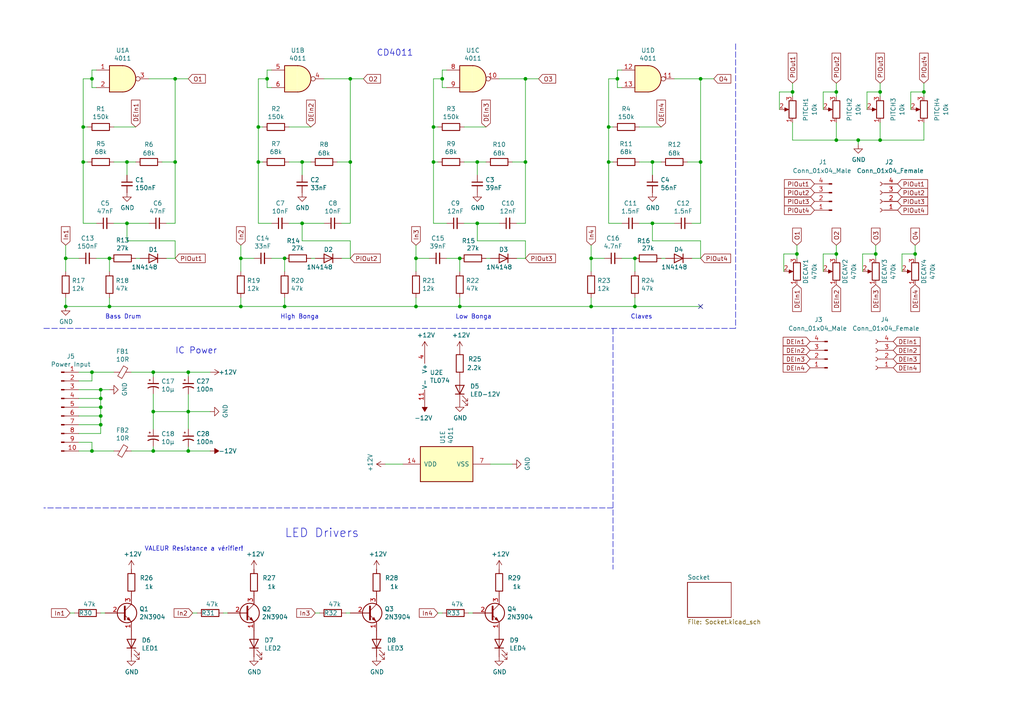
<source format=kicad_sch>
(kicad_sch (version 20211123) (generator eeschema)
  (paper "A4")
  (junction (at 267.97 26.67))
  (junction (at 44.45 107.95))
  (junction (at 87.63 46.99))
  (junction (at 265.43 73.66))
  (junction (at 133.35 88.9))
  (junction (at 19.05 74.93))
  (junction (at 152.4 22.86))
  (junction (at 189.23 46.99))
  (junction (at 26.67 107.95))
  (junction (at 36.83 46.99))
  (junction (at 87.63 64.77))
  (junction (at 19.05 88.9))
  (junction (at 128.27 22.86))
  (junction (at 31.75 88.9))
  (junction (at 50.8 22.86))
  (junction (at 138.43 46.99))
  (junction (at 184.15 88.9))
  (junction (at 44.45 119.38))
  (junction (at 229.87 26.67))
  (junction (at 242.57 26.67))
  (junction (at 101.6 46.99))
  (junction (at 24.13 36.83))
  (junction (at 31.75 74.93))
  (junction (at 152.4 46.99))
  (junction (at 176.53 46.99))
  (junction (at 176.53 36.83))
  (junction (at 54.61 107.95))
  (junction (at 171.45 88.9))
  (junction (at 255.27 26.67))
  (junction (at 36.83 64.77))
  (junction (at 29.21 115.57))
  (junction (at 26.67 130.81))
  (junction (at 54.61 119.38))
  (junction (at 77.47 22.86))
  (junction (at 242.57 73.66))
  (junction (at 69.85 88.9))
  (junction (at 255.27 40.64))
  (junction (at 179.07 22.86))
  (junction (at 254 73.66))
  (junction (at 82.55 74.93))
  (junction (at 82.55 88.9))
  (junction (at 248.92 40.64))
  (junction (at 203.2 22.86))
  (junction (at 29.21 113.03))
  (junction (at 171.45 74.93))
  (junction (at 50.8 46.99))
  (junction (at 101.6 22.86))
  (junction (at 189.23 64.77))
  (junction (at 184.15 74.93))
  (junction (at 133.35 74.93))
  (junction (at 29.21 118.11))
  (junction (at 120.65 74.93))
  (junction (at 29.21 120.65))
  (junction (at 26.67 22.86))
  (junction (at 203.2 46.99))
  (junction (at 120.65 88.9))
  (junction (at 24.13 46.99))
  (junction (at 69.85 74.93))
  (junction (at 74.93 36.83))
  (junction (at 125.73 46.99))
  (junction (at 242.57 40.64))
  (junction (at 125.73 36.83))
  (junction (at 138.43 64.77))
  (junction (at 54.61 130.81))
  (junction (at 29.21 123.19))
  (junction (at 74.93 46.99))
  (junction (at 44.45 130.81))
  (junction (at 231.14 73.66))
  (no_connect (at 203.2 88.9))
  (wire (pts (xy 176.53 36.83) (xy 176.53 46.99)))
  (wire (pts (xy 29.21 177.8) (xy 30.48 177.8)))
  (wire (pts (xy 64.77 177.8) (xy 66.04 177.8)))
  (wire (pts (xy 171.45 74.93) (xy 171.45 71.12)))
  (wire (pts (xy 171.45 88.9) (xy 171.45 86.36)))
  (wire (pts (xy 38.1 107.95) (xy 44.45 107.95)))
  (wire (pts (xy 242.57 40.64) (xy 229.87 40.64)))
  (wire (pts (xy 138.43 69.85) (xy 138.43 64.77)))
  (wire (pts (xy 142.24 74.93) (xy 140.97 74.93)))
  (wire (pts (xy 57.15 177.8) (xy 55.88 177.8)))
  (polyline (pts (xy 177.8 95.25) (xy 177.8 165.1)))
  (wire (pts (xy 133.35 74.93) (xy 129.54 74.93)))
  (wire (pts (xy 24.13 22.86) (xy 24.13 36.83)))
  (wire (pts (xy 74.93 64.77) (xy 74.93 46.99)))
  (wire (pts (xy 133.35 88.9) (xy 171.45 88.9)))
  (wire (pts (xy 22.86 107.95) (xy 26.67 107.95)))
  (wire (pts (xy 44.45 129.54) (xy 44.45 130.81)))
  (wire (pts (xy 133.35 88.9) (xy 120.65 88.9)))
  (wire (pts (xy 54.61 114.3) (xy 54.61 119.38)))
  (wire (pts (xy 231.14 71.12) (xy 231.14 73.66)))
  (wire (pts (xy 78.74 20.32) (xy 77.47 20.32)))
  (wire (pts (xy 250.19 78.74) (xy 250.19 73.66)))
  (wire (pts (xy 74.93 36.83) (xy 76.2 36.83)))
  (wire (pts (xy 133.35 78.74) (xy 133.35 74.93)))
  (wire (pts (xy 231.14 73.66) (xy 231.14 74.93)))
  (wire (pts (xy 203.2 46.99) (xy 203.2 64.77)))
  (wire (pts (xy 184.15 86.36) (xy 184.15 88.9)))
  (wire (pts (xy 31.75 113.03) (xy 29.21 113.03)))
  (wire (pts (xy 22.86 110.49) (xy 26.67 110.49)))
  (wire (pts (xy 242.57 35.56) (xy 242.57 40.64)))
  (wire (pts (xy 148.59 46.99) (xy 152.4 46.99)))
  (wire (pts (xy 44.45 109.22) (xy 44.45 107.95)))
  (wire (pts (xy 22.86 130.81) (xy 26.67 130.81)))
  (wire (pts (xy 87.63 50.8) (xy 87.63 46.99)))
  (wire (pts (xy 54.61 119.38) (xy 60.96 119.38)))
  (wire (pts (xy 120.65 74.93) (xy 120.65 78.74)))
  (wire (pts (xy 189.23 69.85) (xy 189.23 64.77)))
  (wire (pts (xy 77.47 22.86) (xy 74.93 22.86)))
  (wire (pts (xy 242.57 24.13) (xy 242.57 26.67)))
  (wire (pts (xy 203.2 64.77) (xy 200.66 64.77)))
  (wire (pts (xy 251.46 26.67) (xy 255.27 26.67)))
  (wire (pts (xy 203.2 88.9) (xy 184.15 88.9)))
  (wire (pts (xy 264.16 26.67) (xy 267.97 26.67)))
  (wire (pts (xy 152.4 69.85) (xy 138.43 69.85)))
  (wire (pts (xy 83.82 46.99) (xy 87.63 46.99)))
  (wire (pts (xy 255.27 24.13) (xy 255.27 26.67)))
  (wire (pts (xy 50.8 64.77) (xy 48.26 64.77)))
  (wire (pts (xy 133.35 86.36) (xy 133.35 88.9)))
  (wire (pts (xy 152.4 22.86) (xy 152.4 46.99)))
  (wire (pts (xy 152.4 69.85) (xy 152.4 74.93)))
  (wire (pts (xy 31.75 86.36) (xy 31.75 88.9)))
  (wire (pts (xy 54.61 107.95) (xy 60.96 107.95)))
  (wire (pts (xy 44.45 119.38) (xy 54.61 119.38)))
  (wire (pts (xy 54.61 107.95) (xy 54.61 109.22)))
  (wire (pts (xy 238.76 73.66) (xy 242.57 73.66)))
  (wire (pts (xy 82.55 88.9) (xy 120.65 88.9)))
  (wire (pts (xy 101.6 69.85) (xy 101.6 74.93)))
  (wire (pts (xy 176.53 22.86) (xy 176.53 36.83)))
  (wire (pts (xy 27.94 20.32) (xy 26.67 20.32)))
  (wire (pts (xy 26.67 25.4) (xy 27.94 25.4)))
  (wire (pts (xy 38.1 130.81) (xy 44.45 130.81)))
  (wire (pts (xy 134.62 36.83) (xy 140.97 36.83)))
  (wire (pts (xy 134.62 46.99) (xy 138.43 46.99)))
  (wire (pts (xy 125.73 36.83) (xy 125.73 46.99)))
  (wire (pts (xy 29.21 123.19) (xy 29.21 120.65)))
  (wire (pts (xy 29.21 115.57) (xy 29.21 118.11)))
  (wire (pts (xy 238.76 31.75) (xy 238.76 26.67)))
  (wire (pts (xy 248.92 40.64) (xy 248.92 41.91)))
  (wire (pts (xy 82.55 88.9) (xy 69.85 88.9)))
  (wire (pts (xy 22.86 125.73) (xy 29.21 125.73)))
  (wire (pts (xy 267.97 40.64) (xy 255.27 40.64)))
  (wire (pts (xy 128.27 20.32) (xy 128.27 22.86)))
  (wire (pts (xy 229.87 24.13) (xy 229.87 26.67)))
  (wire (pts (xy 69.85 88.9) (xy 69.85 86.36)))
  (wire (pts (xy 203.2 69.85) (xy 203.2 74.93)))
  (wire (pts (xy 24.13 64.77) (xy 24.13 46.99)))
  (wire (pts (xy 176.53 64.77) (xy 176.53 46.99)))
  (wire (pts (xy 185.42 36.83) (xy 191.77 36.83)))
  (wire (pts (xy 101.6 69.85) (xy 87.63 69.85)))
  (wire (pts (xy 22.86 128.27) (xy 26.67 128.27)))
  (wire (pts (xy 78.74 64.77) (xy 74.93 64.77)))
  (wire (pts (xy 87.63 46.99) (xy 90.17 46.99)))
  (wire (pts (xy 93.98 22.86) (xy 101.6 22.86)))
  (wire (pts (xy 73.66 74.93) (xy 69.85 74.93)))
  (wire (pts (xy 242.57 26.67) (xy 242.57 27.94)))
  (wire (pts (xy 26.67 110.49) (xy 26.67 107.95)))
  (wire (pts (xy 54.61 130.81) (xy 60.96 130.81)))
  (wire (pts (xy 100.33 177.8) (xy 101.6 177.8)))
  (wire (pts (xy 189.23 46.99) (xy 191.77 46.99)))
  (wire (pts (xy 129.54 20.32) (xy 128.27 20.32)))
  (wire (pts (xy 101.6 22.86) (xy 105.41 22.86)))
  (wire (pts (xy 124.46 74.93) (xy 120.65 74.93)))
  (wire (pts (xy 22.86 115.57) (xy 29.21 115.57)))
  (polyline (pts (xy 213.36 12.7) (xy 213.36 95.25)))
  (wire (pts (xy 19.05 74.93) (xy 19.05 71.12)))
  (wire (pts (xy 176.53 46.99) (xy 177.8 46.99)))
  (wire (pts (xy 144.78 22.86) (xy 152.4 22.86)))
  (wire (pts (xy 184.15 74.93) (xy 180.34 74.93)))
  (wire (pts (xy 92.71 177.8) (xy 91.44 177.8)))
  (wire (pts (xy 69.85 74.93) (xy 69.85 78.74)))
  (wire (pts (xy 93.98 64.77) (xy 87.63 64.77)))
  (wire (pts (xy 255.27 26.67) (xy 255.27 27.94)))
  (wire (pts (xy 77.47 25.4) (xy 78.74 25.4)))
  (wire (pts (xy 238.76 26.67) (xy 242.57 26.67)))
  (wire (pts (xy 189.23 64.77) (xy 185.42 64.77)))
  (wire (pts (xy 44.45 114.3) (xy 44.45 119.38)))
  (wire (pts (xy 179.07 20.32) (xy 179.07 22.86)))
  (wire (pts (xy 111.76 134.62) (xy 116.84 134.62)))
  (wire (pts (xy 128.27 177.8) (xy 127 177.8)))
  (wire (pts (xy 120.65 71.12) (xy 120.65 74.93)))
  (wire (pts (xy 195.58 64.77) (xy 189.23 64.77)))
  (wire (pts (xy 125.73 46.99) (xy 127 46.99)))
  (wire (pts (xy 193.04 74.93) (xy 191.77 74.93)))
  (wire (pts (xy 82.55 86.36) (xy 82.55 88.9)))
  (wire (pts (xy 36.83 46.99) (xy 39.37 46.99)))
  (wire (pts (xy 129.54 64.77) (xy 125.73 64.77)))
  (wire (pts (xy 29.21 113.03) (xy 29.21 115.57)))
  (wire (pts (xy 175.26 74.93) (xy 171.45 74.93)))
  (wire (pts (xy 229.87 26.67) (xy 229.87 27.94)))
  (wire (pts (xy 189.23 50.8) (xy 189.23 46.99)))
  (wire (pts (xy 184.15 88.9) (xy 171.45 88.9)))
  (wire (pts (xy 43.18 64.77) (xy 36.83 64.77)))
  (wire (pts (xy 226.06 31.75) (xy 226.06 26.67)))
  (wire (pts (xy 125.73 36.83) (xy 127 36.83)))
  (wire (pts (xy 43.18 22.86) (xy 50.8 22.86)))
  (wire (pts (xy 152.4 22.86) (xy 156.21 22.86)))
  (wire (pts (xy 33.02 36.83) (xy 39.37 36.83)))
  (wire (pts (xy 22.86 113.03) (xy 29.21 113.03)))
  (wire (pts (xy 50.8 22.86) (xy 50.8 46.99)))
  (wire (pts (xy 97.79 46.99) (xy 101.6 46.99)))
  (wire (pts (xy 26.67 128.27) (xy 26.67 130.81)))
  (wire (pts (xy 50.8 69.85) (xy 36.83 69.85)))
  (wire (pts (xy 91.44 74.93) (xy 90.17 74.93)))
  (wire (pts (xy 125.73 64.77) (xy 125.73 46.99)))
  (wire (pts (xy 74.93 36.83) (xy 74.93 46.99)))
  (wire (pts (xy 248.92 40.64) (xy 242.57 40.64)))
  (wire (pts (xy 44.45 130.81) (xy 54.61 130.81)))
  (wire (pts (xy 152.4 64.77) (xy 149.86 64.77)))
  (wire (pts (xy 265.43 71.12) (xy 265.43 73.66)))
  (wire (pts (xy 171.45 74.93) (xy 171.45 78.74)))
  (wire (pts (xy 180.34 64.77) (xy 176.53 64.77)))
  (wire (pts (xy 50.8 46.99) (xy 50.8 64.77)))
  (wire (pts (xy 24.13 36.83) (xy 24.13 46.99)))
  (wire (pts (xy 138.43 64.77) (xy 134.62 64.77)))
  (wire (pts (xy 24.13 36.83) (xy 25.4 36.83)))
  (wire (pts (xy 250.19 73.66) (xy 254 73.66)))
  (wire (pts (xy 26.67 130.81) (xy 33.02 130.81)))
  (wire (pts (xy 99.06 74.93) (xy 101.6 74.93)))
  (wire (pts (xy 128.27 22.86) (xy 125.73 22.86)))
  (wire (pts (xy 44.45 119.38) (xy 44.45 124.46)))
  (wire (pts (xy 24.13 46.99) (xy 25.4 46.99)))
  (wire (pts (xy 179.07 22.86) (xy 179.07 25.4)))
  (wire (pts (xy 242.57 73.66) (xy 242.57 74.93)))
  (wire (pts (xy 77.47 20.32) (xy 77.47 22.86)))
  (wire (pts (xy 203.2 22.86) (xy 207.01 22.86)))
  (wire (pts (xy 69.85 74.93) (xy 69.85 71.12)))
  (wire (pts (xy 135.89 177.8) (xy 137.16 177.8)))
  (wire (pts (xy 77.47 22.86) (xy 77.47 25.4)))
  (wire (pts (xy 26.67 20.32) (xy 26.67 22.86)))
  (wire (pts (xy 29.21 120.65) (xy 29.21 118.11)))
  (wire (pts (xy 74.93 46.99) (xy 76.2 46.99)))
  (polyline (pts (xy 177.8 147.32) (xy 12.7 147.32)))
  (wire (pts (xy 36.83 64.77) (xy 33.02 64.77)))
  (wire (pts (xy 82.55 74.93) (xy 78.74 74.93)))
  (wire (pts (xy 195.58 22.86) (xy 203.2 22.86)))
  (wire (pts (xy 267.97 26.67) (xy 267.97 27.94)))
  (wire (pts (xy 74.93 22.86) (xy 74.93 36.83)))
  (wire (pts (xy 149.86 74.93) (xy 152.4 74.93)))
  (wire (pts (xy 267.97 35.56) (xy 267.97 40.64)))
  (wire (pts (xy 184.15 78.74) (xy 184.15 74.93)))
  (wire (pts (xy 101.6 22.86) (xy 101.6 46.99)))
  (wire (pts (xy 44.45 107.95) (xy 54.61 107.95)))
  (wire (pts (xy 22.86 120.65) (xy 29.21 120.65)))
  (wire (pts (xy 255.27 35.56) (xy 255.27 40.64)))
  (wire (pts (xy 87.63 69.85) (xy 87.63 64.77)))
  (wire (pts (xy 200.66 74.93) (xy 203.2 74.93)))
  (wire (pts (xy 26.67 22.86) (xy 26.67 25.4)))
  (wire (pts (xy 33.02 107.95) (xy 26.67 107.95)))
  (wire (pts (xy 254 73.66) (xy 254 74.93)))
  (wire (pts (xy 40.64 74.93) (xy 39.37 74.93)))
  (wire (pts (xy 50.8 22.86) (xy 54.61 22.86)))
  (wire (pts (xy 26.67 22.86) (xy 24.13 22.86)))
  (wire (pts (xy 176.53 36.83) (xy 177.8 36.83)))
  (wire (pts (xy 83.82 36.83) (xy 90.17 36.83)))
  (wire (pts (xy 54.61 119.38) (xy 54.61 124.46)))
  (wire (pts (xy 82.55 74.93) (xy 82.55 78.74)))
  (wire (pts (xy 101.6 64.77) (xy 99.06 64.77)))
  (wire (pts (xy 199.39 46.99) (xy 203.2 46.99)))
  (wire (pts (xy 261.62 78.74) (xy 261.62 73.66)))
  (wire (pts (xy 267.97 24.13) (xy 267.97 26.67)))
  (wire (pts (xy 21.59 177.8) (xy 20.32 177.8)))
  (wire (pts (xy 144.78 64.77) (xy 138.43 64.77)))
  (wire (pts (xy 19.05 74.93) (xy 19.05 78.74)))
  (wire (pts (xy 50.8 69.85) (xy 50.8 74.93)))
  (wire (pts (xy 251.46 31.75) (xy 251.46 26.67)))
  (wire (pts (xy 128.27 22.86) (xy 128.27 25.4)))
  (wire (pts (xy 226.06 26.67) (xy 229.87 26.67)))
  (wire (pts (xy 125.73 22.86) (xy 125.73 36.83)))
  (wire (pts (xy 261.62 73.66) (xy 265.43 73.66)))
  (wire (pts (xy 27.94 64.77) (xy 24.13 64.77)))
  (wire (pts (xy 142.24 134.62) (xy 148.59 134.62)))
  (wire (pts (xy 31.75 88.9) (xy 69.85 88.9)))
  (wire (pts (xy 31.75 78.74) (xy 31.75 74.93)))
  (wire (pts (xy 101.6 46.99) (xy 101.6 64.77)))
  (wire (pts (xy 238.76 78.74) (xy 238.76 73.66)))
  (wire (pts (xy 264.16 31.75) (xy 264.16 26.67)))
  (wire (pts (xy 185.42 46.99) (xy 189.23 46.99)))
  (wire (pts (xy 36.83 69.85) (xy 36.83 64.77)))
  (wire (pts (xy 138.43 50.8) (xy 138.43 46.99)))
  (wire (pts (xy 22.86 123.19) (xy 29.21 123.19)))
  (polyline (pts (xy 12.7 95.25) (xy 213.36 95.25)))
  (wire (pts (xy 203.2 22.86) (xy 203.2 46.99)))
  (wire (pts (xy 120.65 88.9) (xy 120.65 86.36)))
  (wire (pts (xy 54.61 129.54) (xy 54.61 130.81)))
  (wire (pts (xy 203.2 69.85) (xy 189.23 69.85)))
  (wire (pts (xy 229.87 35.56) (xy 229.87 40.64)))
  (wire (pts (xy 31.75 74.93) (xy 27.94 74.93)))
  (wire (pts (xy 19.05 88.9) (xy 19.05 86.36)))
  (wire (pts (xy 179.07 22.86) (xy 176.53 22.86)))
  (wire (pts (xy 227.33 78.74) (xy 227.33 73.66)))
  (wire (pts (xy 152.4 46.99) (xy 152.4 64.77)))
  (wire (pts (xy 87.63 64.77) (xy 83.82 64.77)))
  (wire (pts (xy 128.27 25.4) (xy 129.54 25.4)))
  (wire (pts (xy 33.02 46.99) (xy 36.83 46.99)))
  (wire (pts (xy 179.07 25.4) (xy 180.34 25.4)))
  (wire (pts (xy 254 71.12) (xy 254 73.66)))
  (wire (pts (xy 180.34 20.32) (xy 179.07 20.32)))
  (wire (pts (xy 265.43 73.66) (xy 265.43 74.93)))
  (wire (pts (xy 255.27 40.64) (xy 248.92 40.64)))
  (wire (pts (xy 242.57 71.12) (xy 242.57 73.66)))
  (wire (pts (xy 22.86 74.93) (xy 19.05 74.93)))
  (wire (pts (xy 36.83 50.8) (xy 36.83 46.99)))
  (wire (pts (xy 31.75 88.9) (xy 19.05 88.9)))
  (wire (pts (xy 48.26 74.93) (xy 50.8 74.93)))
  (wire (pts (xy 227.33 73.66) (xy 231.14 73.66)))
  (wire (pts (xy 29.21 118.11) (xy 22.86 118.11)))
  (wire (pts (xy 29.21 125.73) (xy 29.21 123.19)))
  (wire (pts (xy 138.43 46.99) (xy 140.97 46.99)))
  (wire (pts (xy 46.99 46.99) (xy 50.8 46.99)))
  (text "IC Power\n" (at 50.8 102.87 0) (effects (font (size 1.8034 1.8034)) (justify left bottom)))
  (text "High Bonga" (at 81.28 92.71 0) (effects (font (size 1.27 1.27)) (justify left bottom)))
  (text "LED Drivers" (at 82.55 156.21 0) (effects (font (size 2.4892 2.4892)) (justify left bottom)))
  (text "Claves" (at 182.88 92.71 0) (effects (font (size 1.27 1.27)) (justify left bottom)))
  (text "VALEUR Resistance a vérifier!" (at 41.91 160.02 0) (effects (font (size 1.27 1.27)) (justify left bottom)))
  (text "Bass Drum" (at 30.48 92.71 0) (effects (font (size 1.27 1.27)) (justify left bottom)))
  (text "Low Bonga" (at 132.08 92.71 0) (effects (font (size 1.27 1.27)) (justify left bottom)))
  (text "CD4011" (at 109.22 16.51 0) (effects (font (size 1.8034 1.8034)) (justify left bottom)))
  (global_label "PIOut2" (shape input) (at 242.57 24.13 90) (property "Intersheet References" "${INTERSHEET_REFS}" (effects hide)))
  (global_label "DEIn1" (shape input) (at 39.37 36.83 90) (property "Intersheet References" "${INTERSHEET_REFS}" (effects hide)))
  (global_label "PIOut4" (shape input) (at 203.2 74.93 0) (property "Intersheet References" "${INTERSHEET_REFS}" (effects hide)))
  (global_label "In3" (shape input) (at 120.65 71.12 90) (property "Intersheet References" "${INTERSHEET_REFS}" (effects hide)))
  (global_label "PIOut1" (shape input) (at 229.87 24.13 90) (property "Intersheet References" "${INTERSHEET_REFS}" (effects hide)))
  (global_label "DEIn4" (shape input) (at 265.43 82.55 270) (property "Intersheet References" "${INTERSHEET_REFS}" (effects hide)))
  (global_label "PIOut2" (shape input) (at 101.6 74.93 0) (property "Intersheet References" "${INTERSHEET_REFS}" (effects hide)))
  (global_label "In4" (shape input) (at 127 177.8 180) (property "Intersheet References" "${INTERSHEET_REFS}" (effects hide)))
  (global_label "O4" (shape input) (at 207.01 22.86 0) (property "Intersheet References" "${INTERSHEET_REFS}" (effects hide)))
  (global_label "O1" (shape input) (at 231.14 71.12 90) (property "Intersheet References" "${INTERSHEET_REFS}" (effects hide)))
  (global_label "In2" (shape input) (at 69.85 71.12 90) (property "Intersheet References" "${INTERSHEET_REFS}" (effects hide)))
  (global_label "DEIn1" (shape input) (at 259.08 99.06 0) (property "Intersheet References" "${INTERSHEET_REFS}" (effects hide)))
  (global_label "PIOut3" (shape input) (at 236.22 58.42 180) (property "Intersheet References" "${INTERSHEET_REFS}" (effects hide)))
  (global_label "O2" (shape input) (at 105.41 22.86 0) (property "Intersheet References" "${INTERSHEET_REFS}" (effects hide)))
  (global_label "O4" (shape input) (at 265.43 71.12 90) (property "Intersheet References" "${INTERSHEET_REFS}" (effects hide)))
  (global_label "DEIn2" (shape input) (at 259.08 101.6 0) (property "Intersheet References" "${INTERSHEET_REFS}" (effects hide)))
  (global_label "PIOut3" (shape input) (at 152.4 74.93 0) (property "Intersheet References" "${INTERSHEET_REFS}" (effects hide)))
  (global_label "In3" (shape input) (at 91.44 177.8 180) (property "Intersheet References" "${INTERSHEET_REFS}" (effects hide)))
  (global_label "PIOut1" (shape input) (at 50.8 74.93 0) (property "Intersheet References" "${INTERSHEET_REFS}" (effects hide)))
  (global_label "PIOut3" (shape input) (at 260.35 58.42 0) (property "Intersheet References" "${INTERSHEET_REFS}" (effects hide)))
  (global_label "In1" (shape input) (at 20.32 177.8 180) (property "Intersheet References" "${INTERSHEET_REFS}" (effects hide)))
  (global_label "O3" (shape input) (at 156.21 22.86 0) (property "Intersheet References" "${INTERSHEET_REFS}" (effects hide)))
  (global_label "PIOut2" (shape input) (at 236.22 55.88 180) (property "Intersheet References" "${INTERSHEET_REFS}" (effects hide)))
  (global_label "PIOut4" (shape input) (at 267.97 24.13 90) (property "Intersheet References" "${INTERSHEET_REFS}" (effects hide)))
  (global_label "O1" (shape input) (at 54.61 22.86 0) (property "Intersheet References" "${INTERSHEET_REFS}" (effects hide)))
  (global_label "O3" (shape input) (at 254 71.12 90) (property "Intersheet References" "${INTERSHEET_REFS}" (effects hide)))
  (global_label "DEIn3" (shape input) (at 254 82.55 270) (property "Intersheet References" "${INTERSHEET_REFS}" (effects hide)))
  (global_label "PIOut4" (shape input) (at 236.22 60.96 180) (property "Intersheet References" "${INTERSHEET_REFS}" (effects hide)))
  (global_label "DEIn3" (shape input) (at 140.97 36.83 90) (property "Intersheet References" "${INTERSHEET_REFS}" (effects hide)))
  (global_label "In4" (shape input) (at 171.45 71.12 90) (property "Intersheet References" "${INTERSHEET_REFS}" (effects hide)))
  (global_label "PIOut1" (shape input) (at 260.35 53.34 0) (property "Intersheet References" "${INTERSHEET_REFS}" (effects hide)))
  (global_label "DEIn4" (shape input) (at 191.77 36.83 90) (property "Intersheet References" "${INTERSHEET_REFS}" (effects hide)))
  (global_label "DEIn2" (shape input) (at 234.95 101.6 180) (property "Intersheet References" "${INTERSHEET_REFS}" (effects hide)))
  (global_label "DEIn1" (shape input) (at 234.95 99.06 180) (property "Intersheet References" "${INTERSHEET_REFS}" (effects hide)))
  (global_label "DEIn4" (shape input) (at 234.95 106.68 180) (property "Intersheet References" "${INTERSHEET_REFS}" (effects hide)))
  (global_label "DEIn1" (shape input) (at 231.14 82.55 270) (property "Intersheet References" "${INTERSHEET_REFS}" (effects hide)))
  (global_label "In2" (shape input) (at 55.88 177.8 180) (property "Intersheet References" "${INTERSHEET_REFS}" (effects hide)))
  (global_label "PIOut4" (shape input) (at 260.35 60.96 0) (property "Intersheet References" "${INTERSHEET_REFS}" (effects hide)))
  (global_label "DEIn3" (shape input) (at 259.08 104.14 0) (property "Intersheet References" "${INTERSHEET_REFS}" (effects hide)))
  (global_label "DEIn4" (shape input) (at 259.08 106.68 0) (property "Intersheet References" "${INTERSHEET_REFS}" (effects hide)))
  (global_label "PIOut1" (shape input) (at 236.22 53.34 180) (property "Intersheet References" "${INTERSHEET_REFS}" (effects hide)))
  (global_label "DEIn2" (shape input) (at 242.57 82.55 270) (property "Intersheet References" "${INTERSHEET_REFS}" (effects hide)))
  (global_label "O2" (shape input) (at 242.57 71.12 90) (property "Intersheet References" "${INTERSHEET_REFS}" (effects hide)))
  (global_label "DEIn3" (shape input) (at 234.95 104.14 180) (property "Intersheet References" "${INTERSHEET_REFS}" (effects hide)))
  (global_label "In1" (shape input) (at 19.05 71.12 90) (property "Intersheet References" "${INTERSHEET_REFS}" (effects hide)))
  (global_label "DEIn2" (shape input) (at 90.17 36.83 90) (property "Intersheet References" "${INTERSHEET_REFS}" (effects hide)))
  (global_label "PIOut3" (shape input) (at 255.27 24.13 90) (property "Intersheet References" "${INTERSHEET_REFS}" (effects hide)))
  (global_label "PIOut2" (shape input) (at 260.35 55.88 0) (property "Intersheet References" "${INTERSHEET_REFS}" (effects hide)))
  (symbol (lib_id "4xxx:4011") (at 35.56 22.86 0) (unit 1)
    (property "Reference" "U1" (at 35.56 14.605 0))
    (property "Value" "4011" (at 35.56 16.9164 0))
    (property "Footprint" "Package_DIP:DIP-14_W7.62mm_Socket" (effects hide))
    (property "Datasheet" "http://www.intersil.com/content/dam/Intersil/documents/cd40/cd4011bms-12bms-23bms.pdf" (effects hide))
  )
  (symbol (lib_id "Diode:1N4148") (at 44.45 74.93 180) (unit 1)
    (property "Reference" "D1" (at 44.45 72.39 0))
    (property "Value" "1N4148" (at 41.91 77.47 0))
    (property "Footprint" "Diode_THT:D_DO-35_SOD27_P7.62mm_Horizontal" (effects hide))
    (property "Datasheet" "https://assets.nexperia.com/documents/data-sheet/1N4148_1N4448.pdf" (effects hide))
  )
  (symbol (lib_id "Device:R_POT") (at 231.14 78.74 180) (unit 1)
    (property "Reference" "DECAY1" (at 233.68 78.74 90))
    (property "Value" "470k" (at 236.22 78.74 90))
    (property "Footprint" "Potentiometer_THT:Potentiometer_Bourns_PTV09A-1_Single_Vertical" (effects hide))
  )
  (symbol (lib_id "Device:R") (at 19.05 82.55 0) (unit 1)
    (property "Reference" "R17" (at 20.828 81.3816 0) (effects (justify left)))
    (property "Value" "12k" (at 20.828 83.693 0) (effects (justify left)))
    (property "Footprint" "Resistor_THT:R_Axial_DIN0207_L6.3mm_D2.5mm_P10.16mm_Horizontal" (effects hide))
  )
  (symbol (lib_id "Device:R") (at 35.56 74.93 90) (unit 1)
    (property "Reference" "R13" (at 35.56 69.6722 90))
    (property "Value" "27k" (at 35.56 71.9836 90))
    (property "Footprint" "Resistor_THT:R_Axial_DIN0207_L6.3mm_D2.5mm_P10.16mm_Horizontal" (effects hide))
  )
  (symbol (lib_id "Device:R") (at 31.75 82.55 180) (unit 1)
    (property "Reference" "R18" (at 33.528 81.3816 0) (effects (justify right)))
    (property "Value" "47k" (at 33.528 83.693 0) (effects (justify right)))
    (property "Footprint" "Resistor_THT:R_Axial_DIN0207_L6.3mm_D2.5mm_P10.16mm_Horizontal" (effects hide))
  )
  (symbol (lib_id "Device:R") (at 29.21 36.83 270) (unit 1)
    (property "Reference" "R1" (at 29.21 31.5722 90))
    (property "Value" "150k" (at 29.21 33.8836 90))
    (property "Footprint" "Resistor_THT:R_Axial_DIN0207_L6.3mm_D2.5mm_P10.16mm_Horizontal" (effects hide))
  )
  (symbol (lib_id "Device:R") (at 29.21 46.99 270) (unit 1)
    (property "Reference" "R5" (at 29.21 41.7322 90))
    (property "Value" "68k" (at 29.21 44.0436 90))
    (property "Footprint" "Resistor_THT:R_Axial_DIN0207_L6.3mm_D2.5mm_P10.16mm_Horizontal" (effects hide))
  )
  (symbol (lib_id "Device:R") (at 43.18 46.99 270) (unit 1)
    (property "Reference" "R6" (at 43.18 41.91 90))
    (property "Value" "68k" (at 43.18 44.45 90))
    (property "Footprint" "Resistor_THT:R_Axial_DIN0207_L6.3mm_D2.5mm_P10.16mm_Horizontal" (effects hide))
  )
  (symbol (lib_id "Device:C_Small") (at 36.83 53.34 0) (unit 1)
    (property "Reference" "C1" (at 39.1668 52.1716 0) (effects (justify left)))
    (property "Value" "150nF" (at 39.1668 54.483 0) (effects (justify left)))
    (property "Footprint" "Capacitor_THT:C_Disc_D7.0mm_W2.5mm_P5.00mm" (effects hide))
  )
  (symbol (lib_id "Device:C_Small") (at 30.48 64.77 90) (unit 1)
    (property "Reference" "C5" (at 30.48 58.9534 90))
    (property "Value" "47nF" (at 30.48 61.2648 90))
    (property "Footprint" "Capacitor_THT:C_Disc_D7.0mm_W2.5mm_P5.00mm" (effects hide))
  )
  (symbol (lib_id "Device:C_Small") (at 45.72 64.77 90) (unit 1)
    (property "Reference" "C6" (at 45.72 58.9534 90))
    (property "Value" "47nF" (at 45.72 61.2648 90))
    (property "Footprint" "Capacitor_THT:C_Disc_D7.0mm_W2.5mm_P5.00mm" (effects hide))
  )
  (symbol (lib_id "4xxx:4011") (at 86.36 22.86 0) (unit 2)
    (property "Reference" "U1" (at 86.36 14.605 0))
    (property "Value" "4011" (at 86.36 16.9164 0))
    (property "Footprint" "Package_DIP:DIP-14_W7.62mm_Socket" (effects hide))
    (property "Datasheet" "http://www.intersil.com/content/dam/Intersil/documents/cd40/cd4011bms-12bms-23bms.pdf" (effects hide))
  )
  (symbol (lib_id "4xxx:4011") (at 137.16 22.86 0) (unit 3)
    (property "Reference" "U1" (at 137.16 14.605 0))
    (property "Value" "4011" (at 137.16 16.9164 0))
    (property "Footprint" "Package_DIP:DIP-14_W7.62mm_Socket" (effects hide))
    (property "Datasheet" "http://www.intersil.com/content/dam/Intersil/documents/cd40/cd4011bms-12bms-23bms.pdf" (effects hide))
  )
  (symbol (lib_id "4xxx:4011") (at 187.96 22.86 0) (unit 4)
    (property "Reference" "U1" (at 187.96 14.605 0))
    (property "Value" "4011" (at 187.96 16.9164 0))
    (property "Footprint" "Package_DIP:DIP-14_W7.62mm_Socket" (effects hide))
    (property "Datasheet" "http://www.intersil.com/content/dam/Intersil/documents/cd40/cd4011bms-12bms-23bms.pdf" (effects hide))
  )
  (symbol (lib_id "power:GND") (at 36.83 55.88 0) (unit 1)
    (property "Reference" "#PWR02" (effects hide))
    (property "Value" "GND" (at 36.957 60.2742 0))
  )
  (symbol (lib_id "Device:C_Small") (at 25.4 74.93 90) (unit 1)
    (property "Reference" "C13" (at 25.4 69.1134 90))
    (property "Value" "150nF" (at 25.4 71.4248 90))
    (property "Footprint" "Capacitor_THT:C_Disc_D7.0mm_W2.5mm_P5.00mm" (effects hide))
  )
  (symbol (lib_id "power:GND") (at 19.05 88.9 0) (unit 1)
    (property "Reference" "#PWR06" (effects hide))
    (property "Value" "GND" (at 19.177 93.2942 0))
  )
  (symbol (lib_id "Diode:1N4148") (at 95.25 74.93 180) (unit 1)
    (property "Reference" "D2" (at 95.25 72.39 0))
    (property "Value" "1N4148" (at 92.71 77.47 0))
    (property "Footprint" "Diode_THT:D_DO-35_SOD27_P7.62mm_Horizontal" (effects hide))
    (property "Datasheet" "https://assets.nexperia.com/documents/data-sheet/1N4148_1N4448.pdf" (effects hide))
  )
  (symbol (lib_id "Device:R_POT") (at 242.57 78.74 180) (unit 1)
    (property "Reference" "DECAY2" (at 245.11 78.74 90))
    (property "Value" "470k" (at 247.65 78.74 90))
    (property "Footprint" "Potentiometer_THT:Potentiometer_Bourns_PTV09A-1_Single_Vertical" (effects hide))
  )
  (symbol (lib_id "Device:R") (at 69.85 82.55 0) (unit 1)
    (property "Reference" "R19" (at 71.628 81.3816 0) (effects (justify left)))
    (property "Value" "12k" (at 71.628 83.693 0) (effects (justify left)))
    (property "Footprint" "Resistor_THT:R_Axial_DIN0207_L6.3mm_D2.5mm_P10.16mm_Horizontal" (effects hide))
  )
  (symbol (lib_id "Device:R") (at 86.36 74.93 90) (unit 1)
    (property "Reference" "R14" (at 85.09 69.85 90))
    (property "Value" "27k" (at 86.36 71.9836 90))
    (property "Footprint" "Resistor_THT:R_Axial_DIN0207_L6.3mm_D2.5mm_P10.16mm_Horizontal" (effects hide))
  )
  (symbol (lib_id "Device:R") (at 82.55 82.55 180) (unit 1)
    (property "Reference" "R20" (at 84.328 81.3816 0) (effects (justify right)))
    (property "Value" "47k" (at 84.328 83.693 0) (effects (justify right)))
    (property "Footprint" "Resistor_THT:R_Axial_DIN0207_L6.3mm_D2.5mm_P10.16mm_Horizontal" (effects hide))
  )
  (symbol (lib_id "Device:R") (at 80.01 36.83 270) (unit 1)
    (property "Reference" "R2" (at 80.01 31.5722 90))
    (property "Value" "150k" (at 80.01 33.8836 90))
    (property "Footprint" "Resistor_THT:R_Axial_DIN0207_L6.3mm_D2.5mm_P10.16mm_Horizontal" (effects hide))
  )
  (symbol (lib_id "Device:R") (at 80.01 46.99 270) (unit 1)
    (property "Reference" "R7" (at 80.01 41.7322 90))
    (property "Value" "68k" (at 80.01 44.0436 90))
    (property "Footprint" "Resistor_THT:R_Axial_DIN0207_L6.3mm_D2.5mm_P10.16mm_Horizontal" (effects hide))
  )
  (symbol (lib_id "Device:R") (at 93.98 46.99 270) (unit 1)
    (property "Reference" "R8" (at 93.98 41.91 90))
    (property "Value" "68k" (at 93.98 44.45 90))
    (property "Footprint" "Resistor_THT:R_Axial_DIN0207_L6.3mm_D2.5mm_P10.16mm_Horizontal" (effects hide))
  )
  (symbol (lib_id "Device:C_Small") (at 87.63 53.34 0) (unit 1)
    (property "Reference" "C2" (at 89.9668 52.1716 0) (effects (justify left)))
    (property "Value" "33nF" (at 89.9668 54.483 0) (effects (justify left)))
    (property "Footprint" "Capacitor_THT:C_Disc_D7.0mm_W2.5mm_P5.00mm" (effects hide))
  )
  (symbol (lib_id "Device:C_Small") (at 96.52 64.77 90) (unit 1)
    (property "Reference" "C8" (at 96.52 58.9534 90))
    (property "Value" "10nF" (at 96.52 61.2648 90))
    (property "Footprint" "Capacitor_THT:C_Disc_D7.0mm_W2.5mm_P5.00mm" (effects hide))
  )
  (symbol (lib_id "power:GND") (at 87.63 55.88 0) (unit 1)
    (property "Reference" "#PWR03" (effects hide))
    (property "Value" "GND" (at 87.757 60.2742 0))
  )
  (symbol (lib_id "Device:C_Small") (at 81.28 64.77 90) (unit 1)
    (property "Reference" "C7" (at 81.28 58.9534 90))
    (property "Value" "10nF" (at 81.28 61.2648 90))
    (property "Footprint" "Capacitor_THT:C_Disc_D7.0mm_W2.5mm_P5.00mm" (effects hide))
  )
  (symbol (lib_id "Device:C_Small") (at 76.2 74.93 90) (unit 1)
    (property "Reference" "C14" (at 76.2 69.1134 90))
    (property "Value" "33nF" (at 76.2 71.4248 90))
    (property "Footprint" "Capacitor_THT:C_Disc_D7.0mm_W2.5mm_P5.00mm" (effects hide))
  )
  (symbol (lib_id "Diode:1N4148") (at 146.05 74.93 180) (unit 1)
    (property "Reference" "D3" (at 146.05 72.39 0))
    (property "Value" "1N4148" (at 144.78 77.47 0))
    (property "Footprint" "Diode_THT:D_DO-35_SOD27_P7.62mm_Horizontal" (effects hide))
    (property "Datasheet" "https://assets.nexperia.com/documents/data-sheet/1N4148_1N4448.pdf" (effects hide))
  )
  (symbol (lib_id "Device:R_POT") (at 254 78.74 180) (unit 1)
    (property "Reference" "DECAY3" (at 256.54 78.74 90))
    (property "Value" "470k" (at 259.08 78.74 90))
    (property "Footprint" "Potentiometer_THT:Potentiometer_Bourns_PTV09A-1_Single_Vertical" (effects hide))
  )
  (symbol (lib_id "Device:R") (at 120.65 82.55 0) (unit 1)
    (property "Reference" "R21" (at 122.428 81.3816 0) (effects (justify left)))
    (property "Value" "12k" (at 122.428 83.693 0) (effects (justify left)))
    (property "Footprint" "Resistor_THT:R_Axial_DIN0207_L6.3mm_D2.5mm_P10.16mm_Horizontal" (effects hide))
  )
  (symbol (lib_id "Device:R") (at 137.16 74.93 90) (unit 1)
    (property "Reference" "R15" (at 135.89 69.85 90))
    (property "Value" "27k" (at 137.16 71.9836 90))
    (property "Footprint" "Resistor_THT:R_Axial_DIN0207_L6.3mm_D2.5mm_P10.16mm_Horizontal" (effects hide))
  )
  (symbol (lib_id "Device:R") (at 133.35 82.55 180) (unit 1)
    (property "Reference" "R22" (at 135.128 81.3816 0) (effects (justify right)))
    (property "Value" "47k" (at 135.128 83.693 0) (effects (justify right)))
    (property "Footprint" "Resistor_THT:R_Axial_DIN0207_L6.3mm_D2.5mm_P10.16mm_Horizontal" (effects hide))
  )
  (symbol (lib_id "Device:R") (at 130.81 36.83 270) (unit 1)
    (property "Reference" "R3" (at 130.81 31.5722 90))
    (property "Value" "150k" (at 130.81 33.8836 90))
    (property "Footprint" "Resistor_THT:R_Axial_DIN0207_L6.3mm_D2.5mm_P10.16mm_Horizontal" (effects hide))
  )
  (symbol (lib_id "Device:R") (at 130.81 46.99 270) (unit 1)
    (property "Reference" "R9" (at 130.81 41.7322 90))
    (property "Value" "68k" (at 130.81 44.0436 90))
    (property "Footprint" "Resistor_THT:R_Axial_DIN0207_L6.3mm_D2.5mm_P10.16mm_Horizontal" (effects hide))
  )
  (symbol (lib_id "Device:R") (at 144.78 46.99 270) (unit 1)
    (property "Reference" "R10" (at 144.78 41.91 90))
    (property "Value" "68k" (at 144.78 44.45 90))
    (property "Footprint" "Resistor_THT:R_Axial_DIN0207_L6.3mm_D2.5mm_P10.16mm_Horizontal" (effects hide))
  )
  (symbol (lib_id "Device:C_Small") (at 138.43 53.34 0) (unit 1)
    (property "Reference" "C3" (at 140.7668 52.1716 0) (effects (justify left)))
    (property "Value" "39nF" (at 140.7668 54.483 0) (effects (justify left)))
    (property "Footprint" "Capacitor_THT:C_Disc_D7.0mm_W2.5mm_P5.00mm" (effects hide))
  )
  (symbol (lib_id "Device:C_Small") (at 147.32 64.77 90) (unit 1)
    (property "Reference" "C10" (at 147.32 58.9534 90))
    (property "Value" "12nF" (at 147.32 61.2648 90))
    (property "Footprint" "Capacitor_THT:C_Disc_D7.0mm_W2.5mm_P5.00mm" (effects hide))
  )
  (symbol (lib_id "power:GND") (at 138.43 55.88 0) (unit 1)
    (property "Reference" "#PWR04" (effects hide))
    (property "Value" "GND" (at 138.557 60.2742 0))
  )
  (symbol (lib_id "Device:C_Small") (at 132.08 64.77 90) (unit 1)
    (property "Reference" "C9" (at 132.08 58.9534 90))
    (property "Value" "12nF" (at 132.08 61.2648 90))
    (property "Footprint" "Capacitor_THT:C_Disc_D7.0mm_W2.5mm_P5.00mm" (effects hide))
  )
  (symbol (lib_id "Device:C_Small") (at 127 74.93 90) (unit 1)
    (property "Reference" "C15" (at 127 69.1134 90))
    (property "Value" "39nF" (at 127 71.4248 90))
    (property "Footprint" "Capacitor_THT:C_Disc_D7.0mm_W2.5mm_P5.00mm" (effects hide))
  )
  (symbol (lib_id "Diode:1N4148") (at 196.85 74.93 180) (unit 1)
    (property "Reference" "D4" (at 196.85 72.39 0))
    (property "Value" "1N4148" (at 195.58 77.47 0))
    (property "Footprint" "Diode_THT:D_DO-35_SOD27_P7.62mm_Horizontal" (effects hide))
    (property "Datasheet" "https://assets.nexperia.com/documents/data-sheet/1N4148_1N4448.pdf" (effects hide))
  )
  (symbol (lib_id "Device:R_POT") (at 265.43 78.74 180) (unit 1)
    (property "Reference" "DECAY4" (at 267.97 78.74 90))
    (property "Value" "470k" (at 270.51 78.74 90))
    (property "Footprint" "Potentiometer_THT:Potentiometer_Bourns_PTV09A-1_Single_Vertical" (effects hide))
  )
  (symbol (lib_id "Device:R") (at 171.45 82.55 0) (unit 1)
    (property "Reference" "R23" (at 173.228 81.3816 0) (effects (justify left)))
    (property "Value" "12k" (at 173.228 83.693 0) (effects (justify left)))
    (property "Footprint" "Resistor_THT:R_Axial_DIN0207_L6.3mm_D2.5mm_P10.16mm_Horizontal" (effects hide))
  )
  (symbol (lib_id "Device:R") (at 187.96 74.93 90) (unit 1)
    (property "Reference" "R16" (at 186.69 69.85 90))
    (property "Value" "27k" (at 187.96 71.9836 90))
    (property "Footprint" "Resistor_THT:R_Axial_DIN0207_L6.3mm_D2.5mm_P10.16mm_Horizontal" (effects hide))
  )
  (symbol (lib_id "Device:R") (at 184.15 82.55 180) (unit 1)
    (property "Reference" "R24" (at 185.928 81.3816 0) (effects (justify right)))
    (property "Value" "47k" (at 185.928 83.693 0) (effects (justify right)))
    (property "Footprint" "Resistor_THT:R_Axial_DIN0207_L6.3mm_D2.5mm_P10.16mm_Horizontal" (effects hide))
  )
  (symbol (lib_id "Device:R") (at 181.61 36.83 270) (unit 1)
    (property "Reference" "R4" (at 181.61 31.5722 90))
    (property "Value" "150k" (at 181.61 33.8836 90))
    (property "Footprint" "Resistor_THT:R_Axial_DIN0207_L6.3mm_D2.5mm_P10.16mm_Horizontal" (effects hide))
  )
  (symbol (lib_id "Device:R") (at 181.61 46.99 270) (unit 1)
    (property "Reference" "R11" (at 181.61 41.7322 90))
    (property "Value" "68k" (at 181.61 44.0436 90))
    (property "Footprint" "Resistor_THT:R_Axial_DIN0207_L6.3mm_D2.5mm_P10.16mm_Horizontal" (effects hide))
  )
  (symbol (lib_id "Device:R") (at 195.58 46.99 270) (unit 1)
    (property "Reference" "R12" (at 195.58 41.91 90))
    (property "Value" "68k" (at 195.58 44.45 90))
    (property "Footprint" "Resistor_THT:R_Axial_DIN0207_L6.3mm_D2.5mm_P10.16mm_Horizontal" (effects hide))
  )
  (symbol (lib_id "Device:C_Small") (at 189.23 53.34 0) (unit 1)
    (property "Reference" "C4" (at 191.5668 52.1716 0) (effects (justify left)))
    (property "Value" "56nF" (at 191.5668 54.483 0) (effects (justify left)))
    (property "Footprint" "Capacitor_THT:C_Disc_D7.0mm_W2.5mm_P5.00mm" (effects hide))
  )
  (symbol (lib_id "Device:C_Small") (at 198.12 64.77 90) (unit 1)
    (property "Reference" "C12" (at 198.12 58.9534 90))
    (property "Value" "1.5nF" (at 198.12 61.2648 90))
    (property "Footprint" "Capacitor_THT:C_Disc_D7.0mm_W2.5mm_P5.00mm" (effects hide))
  )
  (symbol (lib_id "power:GND") (at 189.23 55.88 0) (unit 1)
    (property "Reference" "#PWR05" (effects hide))
    (property "Value" "GND" (at 189.357 60.2742 0))
  )
  (symbol (lib_id "Device:C_Small") (at 182.88 64.77 90) (unit 1)
    (property "Reference" "C11" (at 182.88 58.9534 90))
    (property "Value" "1.5nF" (at 182.88 61.2648 90))
    (property "Footprint" "Capacitor_THT:C_Disc_D7.0mm_W2.5mm_P5.00mm" (effects hide))
  )
  (symbol (lib_id "Device:C_Small") (at 177.8 74.93 90) (unit 1)
    (property "Reference" "C16" (at 177.8 69.1134 90))
    (property "Value" "4.7nF" (at 177.8 71.4248 90))
    (property "Footprint" "Capacitor_THT:C_Disc_D7.0mm_W2.5mm_P5.00mm" (effects hide))
  )
  (symbol (lib_id "Device:R_POT") (at 229.87 31.75 180) (unit 1)
    (property "Reference" "PITCH1" (at 233.68 31.75 90))
    (property "Value" "10k" (at 236.22 31.75 90))
    (property "Footprint" "Potentiometer_THT:Potentiometer_Bourns_PTV09A-1_Single_Vertical" (effects hide))
  )
  (symbol (lib_id "Device:R_POT") (at 242.57 31.75 180) (unit 1)
    (property "Reference" "PITCH2" (at 246.38 31.75 90))
    (property "Value" "10k" (at 248.92 31.75 90))
    (property "Footprint" "Potentiometer_THT:Potentiometer_Bourns_PTV09A-1_Single_Vertical" (effects hide))
  )
  (symbol (lib_id "Device:R_POT") (at 255.27 31.75 180) (unit 1)
    (property "Reference" "PITCH3" (at 259.08 31.75 90))
    (property "Value" "10k" (at 261.62 31.75 90))
    (property "Footprint" "Potentiometer_THT:Potentiometer_Bourns_PTV09A-1_Single_Vertical" (effects hide))
  )
  (symbol (lib_id "Device:R_POT") (at 267.97 31.75 180) (unit 1)
    (property "Reference" "PITCH4" (at 271.78 31.75 90))
    (property "Value" "10k" (at 274.32 31.75 90))
    (property "Footprint" "Potentiometer_THT:Potentiometer_Bourns_PTV09A-1_Single_Vertical" (effects hide))
  )
  (symbol (lib_id "power:+12V") (at 60.96 107.95 270) (unit 1)
    (property "Reference" "#PWR09" (effects hide))
    (property "Value" "+12V" (at 66.04 107.95 90))
  )
  (symbol (lib_id "power:-12V") (at 60.96 130.81 270) (unit 1)
    (property "Reference" "#PWR016" (effects hide))
    (property "Value" "-12V" (at 66.04 130.81 90))
  )
  (symbol (lib_id "Connector:Conn_01x10_Male") (at 17.78 118.11 0) (unit 1)
    (property "Reference" "J5" (at 20.5232 103.3526 0))
    (property "Value" "Power Input" (at 20.5232 105.664 0))
    (property "Footprint" "Connector_PinHeader_2.54mm:PinHeader_2x05_P2.54mm_Vertical" (effects hide))
  )
  (symbol (lib_id "Device:CP1_Small") (at 44.45 111.76 0) (unit 1)
    (property "Reference" "C17" (at 46.7614 110.5916 0) (effects (justify left)))
    (property "Value" "10µ" (at 46.7614 112.903 0) (effects (justify left)))
    (property "Footprint" "Capacitor_THT:CP_Radial_D5.0mm_P2.00mm" (effects hide))
  )
  (symbol (lib_id "Device:CP1_Small") (at 44.45 127 0) (unit 1)
    (property "Reference" "C18" (at 46.7614 125.8316 0) (effects (justify left)))
    (property "Value" "10µ" (at 46.7614 128.143 0) (effects (justify left)))
    (property "Footprint" "Capacitor_THT:CP_Radial_D5.0mm_P2.00mm" (effects hide))
  )
  (symbol (lib_id "Device:Ferrite_Bead_Small") (at 35.56 107.95 270) (unit 1)
    (property "Reference" "FB1" (at 35.56 101.9302 90))
    (property "Value" "10R" (at 35.56 104.2416 90))
    (property "Footprint" "Inductor_THT:L_Axial_L9.5mm_D4.0mm_P12.70mm_Horizontal_Fastron_SMCC" (effects hide))
  )
  (symbol (lib_id "Device:Ferrite_Bead_Small") (at 35.56 130.81 270) (unit 1)
    (property "Reference" "FB2" (at 35.56 124.7902 90))
    (property "Value" "10R" (at 35.56 127.1016 90))
    (property "Footprint" "Inductor_THT:L_Axial_L9.5mm_D4.0mm_P12.70mm_Horizontal_Fastron_SMCC" (effects hide))
  )
  (symbol (lib_id "power:GND") (at 60.96 119.38 90) (unit 1)
    (property "Reference" "#PWR015" (effects hide))
    (property "Value" "GND" (at 65.3542 119.253 0))
  )
  (symbol (lib_id "power:GND") (at 31.75 113.03 90) (unit 1)
    (property "Reference" "#PWR012" (effects hide))
    (property "Value" "GND" (at 36.1442 112.903 0))
  )
  (symbol (lib_id "power:GND") (at 148.59 134.62 90) (unit 1)
    (property "Reference" "#PWR011" (effects hide))
    (property "Value" "GND" (at 152.9842 134.493 0))
  )
  (symbol (lib_id "4xxx:4011") (at 129.54 134.62 90) (unit 5)
    (property "Reference" "U1" (at 128.3716 128.778 0) (effects (justify left)))
    (property "Value" "4011" (at 130.683 128.778 0) (effects (justify left)))
    (property "Footprint" "Package_DIP:DIP-14_W7.62mm_Socket" (effects hide))
    (property "Datasheet" "http://www.intersil.com/content/dam/Intersil/documents/cd40/cd4011bms-12bms-23bms.pdf" (effects hide))
  )
  (symbol (lib_id "Device:R") (at 133.35 105.41 0) (unit 1)
    (property "Reference" "R25" (at 139.7 104.14 0) (effects (justify right)))
    (property "Value" "2.2k" (at 139.7 106.68 0) (effects (justify right)))
    (property "Footprint" "Resistor_THT:R_Axial_DIN0207_L6.3mm_D2.5mm_P10.16mm_Horizontal" (effects hide))
  )
  (symbol (lib_id "power:GND") (at 133.35 116.84 0) (unit 1)
    (property "Reference" "#PWR014" (effects hide))
    (property "Value" "GND" (at 133.477 121.2342 0))
  )
  (symbol (lib_id "Device:LED") (at 133.35 113.03 90) (unit 1)
    (property "Reference" "D5" (at 136.3472 112.0394 90) (effects (justify right)))
    (property "Value" "LED-12V" (at 136.3472 114.3508 90) (effects (justify right)))
    (property "Footprint" "LED_THT:LED_D4.0mm" (effects hide))
  )
  (symbol (lib_id "power:+12V") (at 133.35 101.6 0) (unit 1)
    (property "Reference" "#PWR08" (effects hide))
    (property "Value" "+12V" (at 133.731 97.2058 0))
  )
  (symbol (lib_id "power:+12V") (at 111.76 134.62 90) (unit 1)
    (property "Reference" "#PWR010" (effects hide))
    (property "Value" "+12V" (at 107.3658 134.239 0))
  )
  (symbol (lib_id "power:-12V") (at 123.19 116.84 180) (unit 1)
    (property "Reference" "#PWR013" (effects hide))
    (property "Value" "-12V" (at 122.809 121.2342 0))
  )
  (symbol (lib_id "power:+12V") (at 123.19 101.6 0) (unit 1)
    (property "Reference" "#PWR07" (effects hide))
    (property "Value" "+12V" (at 123.571 97.2058 0))
  )
  (symbol (lib_id "Amplifier_Operational:TL074") (at 125.73 109.22 0) (unit 5)
    (property "Reference" "U2" (at 124.6632 108.0516 0) (effects (justify left)))
    (property "Value" "TL074" (at 124.6632 110.363 0) (effects (justify left)))
    (property "Footprint" "Package_DIP:DIP-14_W7.62mm_Socket" (effects hide))
    (property "Datasheet" "http://www.ti.com/lit/ds/symlink/tl071.pdf" (effects hide))
  )
  (symbol (lib_id "power:+12V") (at 38.1 165.1 0) (unit 1)
    (property "Reference" "#PWR017" (effects hide))
    (property "Value" "+12V" (at 38.481 160.7058 0))
  )
  (symbol (lib_id "Device:R") (at 25.4 177.8 90) (unit 1)
    (property "Reference" "R30" (at 22.86 177.8 90) (effects (justify right)))
    (property "Value" "47k" (at 24.13 175.26 90) (effects (justify right)))
    (property "Footprint" "Resistor_THT:R_Axial_DIN0207_L6.3mm_D2.5mm_P10.16mm_Horizontal" (effects hide))
  )
  (symbol (lib_id "Device:R") (at 38.1 168.91 0) (unit 1)
    (property "Reference" "R26" (at 44.45 167.64 0) (effects (justify right)))
    (property "Value" "1k" (at 44.45 170.18 0) (effects (justify right)))
    (property "Footprint" "Resistor_THT:R_Axial_DIN0207_L6.3mm_D2.5mm_P10.16mm_Horizontal" (effects hide))
  )
  (symbol (lib_id "power:GND") (at 38.1 190.5 0) (unit 1)
    (property "Reference" "#PWR021" (effects hide))
    (property "Value" "GND" (at 38.227 194.8942 0))
  )
  (symbol (lib_id "Device:LED") (at 38.1 186.69 90) (unit 1)
    (property "Reference" "D6" (at 41.0972 185.6994 90) (effects (justify right)))
    (property "Value" "LED1" (at 41.0972 188.0108 90) (effects (justify right)))
    (property "Footprint" "LED_THT:LED_D4.0mm" (effects hide))
  )
  (symbol (lib_id "Transistor_BJT:2N3904") (at 35.56 177.8 0) (unit 1)
    (property "Reference" "Q1" (at 40.386 176.6316 0) (effects (justify left)))
    (property "Value" "2N3904" (at 40.386 178.943 0) (effects (justify left)))
    (property "Footprint" "Package_TO_SOT_THT:TO-92_Inline" (effects hide))
    (property "Datasheet" "https://www.onsemi.com/pub/Collateral/2N3903-D.PDF" (effects hide))
  )
  (symbol (lib_id "power:+12V") (at 73.66 165.1 0) (unit 1)
    (property "Reference" "#PWR018" (effects hide))
    (property "Value" "+12V" (at 74.041 160.7058 0))
  )
  (symbol (lib_id "Device:R") (at 60.96 177.8 90) (unit 1)
    (property "Reference" "R31" (at 58.42 177.8 90) (effects (justify right)))
    (property "Value" "47k" (at 59.69 175.26 90) (effects (justify right)))
    (property "Footprint" "Resistor_THT:R_Axial_DIN0207_L6.3mm_D2.5mm_P10.16mm_Horizontal" (effects hide))
  )
  (symbol (lib_id "Device:R") (at 73.66 168.91 0) (unit 1)
    (property "Reference" "R27" (at 80.01 167.64 0) (effects (justify right)))
    (property "Value" "1k" (at 80.01 170.18 0) (effects (justify right)))
    (property "Footprint" "Resistor_THT:R_Axial_DIN0207_L6.3mm_D2.5mm_P10.16mm_Horizontal" (effects hide))
  )
  (symbol (lib_id "power:GND") (at 73.66 190.5 0) (unit 1)
    (property "Reference" "#PWR022" (effects hide))
    (property "Value" "GND" (at 73.787 194.8942 0))
  )
  (symbol (lib_id "Device:LED") (at 73.66 186.69 90) (unit 1)
    (property "Reference" "D7" (at 76.6572 185.6994 90) (effects (justify right)))
    (property "Value" "LED2" (at 76.6572 188.0108 90) (effects (justify right)))
    (property "Footprint" "LED_THT:LED_D4.0mm" (effects hide))
  )
  (symbol (lib_id "Transistor_BJT:2N3904") (at 71.12 177.8 0) (unit 1)
    (property "Reference" "Q2" (at 75.946 176.6316 0) (effects (justify left)))
    (property "Value" "2N3904" (at 75.946 178.943 0) (effects (justify left)))
    (property "Footprint" "Package_TO_SOT_THT:TO-92_Inline" (effects hide))
    (property "Datasheet" "https://www.onsemi.com/pub/Collateral/2N3903-D.PDF" (effects hide))
  )
  (symbol (lib_id "power:+12V") (at 109.22 165.1 0) (unit 1)
    (property "Reference" "#PWR019" (effects hide))
    (property "Value" "+12V" (at 109.601 160.7058 0))
  )
  (symbol (lib_id "Device:R") (at 96.52 177.8 90) (unit 1)
    (property "Reference" "R32" (at 93.98 177.8 90) (effects (justify right)))
    (property "Value" "47k" (at 95.25 175.26 90) (effects (justify right)))
    (property "Footprint" "Resistor_THT:R_Axial_DIN0207_L6.3mm_D2.5mm_P10.16mm_Horizontal" (effects hide))
  )
  (symbol (lib_id "Device:R") (at 109.22 168.91 0) (unit 1)
    (property "Reference" "R28" (at 115.57 167.64 0) (effects (justify right)))
    (property "Value" "1k" (at 115.57 170.18 0) (effects (justify right)))
    (property "Footprint" "Resistor_THT:R_Axial_DIN0207_L6.3mm_D2.5mm_P10.16mm_Horizontal" (effects hide))
  )
  (symbol (lib_id "power:GND") (at 109.22 190.5 0) (unit 1)
    (property "Reference" "#PWR023" (effects hide))
    (property "Value" "GND" (at 109.347 194.8942 0))
  )
  (symbol (lib_id "Device:LED") (at 109.22 186.69 90) (unit 1)
    (property "Reference" "D8" (at 112.2172 185.6994 90) (effects (justify right)))
    (property "Value" "LED3" (at 112.2172 188.0108 90) (effects (justify right)))
    (property "Footprint" "LED_THT:LED_D4.0mm" (effects hide))
  )
  (symbol (lib_id "Transistor_BJT:2N3904") (at 106.68 177.8 0) (unit 1)
    (property "Reference" "Q3" (at 111.506 176.6316 0) (effects (justify left)))
    (property "Value" "2N3904" (at 111.506 178.943 0) (effects (justify left)))
    (property "Footprint" "Package_TO_SOT_THT:TO-92_Inline" (effects hide))
    (property "Datasheet" "https://www.onsemi.com/pub/Collateral/2N3903-D.PDF" (effects hide))
  )
  (symbol (lib_id "power:+12V") (at 144.78 165.1 0) (unit 1)
    (property "Reference" "#PWR020" (effects hide))
    (property "Value" "+12V" (at 145.161 160.7058 0))
  )
  (symbol (lib_id "Device:R") (at 132.08 177.8 90) (unit 1)
    (property "Reference" "R33" (at 129.54 177.8 90) (effects (justify right)))
    (property "Value" "47k" (at 130.81 175.26 90) (effects (justify right)))
    (property "Footprint" "Resistor_THT:R_Axial_DIN0207_L6.3mm_D2.5mm_P10.16mm_Horizontal" (effects hide))
  )
  (symbol (lib_id "Device:R") (at 144.78 168.91 0) (unit 1)
    (property "Reference" "R29" (at 151.13 167.64 0) (effects (justify right)))
    (property "Value" "1k" (at 151.13 170.18 0) (effects (justify right)))
    (property "Footprint" "Resistor_THT:R_Axial_DIN0207_L6.3mm_D2.5mm_P10.16mm_Horizontal" (effects hide))
  )
  (symbol (lib_id "power:GND") (at 144.78 190.5 0) (unit 1)
    (property "Reference" "#PWR024" (effects hide))
    (property "Value" "GND" (at 144.907 194.8942 0))
  )
  (symbol (lib_id "Device:LED") (at 144.78 186.69 90) (unit 1)
    (property "Reference" "D9" (at 147.7772 185.6994 90) (effects (justify right)))
    (property "Value" "LED4" (at 147.7772 188.0108 90) (effects (justify right)))
    (property "Footprint" "LED_THT:LED_D4.0mm" (effects hide))
  )
  (symbol (lib_id "Transistor_BJT:2N3904") (at 142.24 177.8 0) (unit 1)
    (property "Reference" "Q4" (at 147.066 176.6316 0) (effects (justify left)))
    (property "Value" "2N3904" (at 147.066 178.943 0) (effects (justify left)))
    (property "Footprint" "Package_TO_SOT_THT:TO-92_Inline" (effects hide))
    (property "Datasheet" "https://www.onsemi.com/pub/Collateral/2N3903-D.PDF" (effects hide))
  )
  (symbol (lib_id "Connector:Conn_01x04_Male") (at 241.3 58.42 180) (unit 1)
    (property "Reference" "J1" (at 237.49 46.99 0) (effects (justify right)))
    (property "Value" "Conn_01x04_Male" (at 229.87 49.53 0) (effects (justify right)))
    (property "Footprint" "Connector_PinHeader_2.54mm:PinHeader_1x04_P2.54mm_Vertical" (effects hide))
  )
  (symbol (lib_id "Connector:Conn_01x04_Male") (at 240.03 104.14 180) (unit 1)
    (property "Reference" "J3" (at 236.22 92.71 0) (effects (justify right)))
    (property "Value" "Conn_01x04_Male" (at 228.6 95.25 0) (effects (justify right)))
    (property "Footprint" "Connector_PinHeader_2.54mm:PinHeader_1x04_P2.54mm_Vertical" (effects hide))
  )
  (symbol (lib_id "Device:CP1_Small") (at 54.61 127 0) (unit 1)
    (property "Reference" "C28" (at 56.9214 125.8316 0) (effects (justify left)))
    (property "Value" "100n" (at 56.9214 128.143 0) (effects (justify left)))
    (property "Footprint" "Capacitor_THT:CP_Radial_D5.0mm_P2.00mm" (effects hide))
  )
  (symbol (lib_id "power:GND") (at 248.92 41.91 0) (unit 1)
    (property "Reference" "#PWR01" (effects hide))
    (property "Value" "GND" (at 249.047 46.3042 0))
  )
  (symbol (lib_id "Connector:Conn_01x04_Female") (at 254 104.14 180) (unit 1)
    (property "Reference" "J4" (at 257.81 92.71 0) (effects (justify left)))
    (property "Value" "Conn_01x04_Female" (at 266.7 95.25 0) (effects (justify left)))
    (property "Footprint" "Connector_PinSocket_2.54mm:PinSocket_1x04_P2.54mm_Vertical" (effects hide))
  )
  (symbol (lib_id "Device:CP1_Small") (at 54.61 111.76 0) (unit 1)
    (property "Reference" "C27" (at 56.9214 110.5916 0) (effects (justify left)))
    (property "Value" "100n" (at 56.9214 112.903 0) (effects (justify left)))
    (property "Footprint" "Capacitor_THT:CP_Radial_D5.0mm_P2.00mm" (effects hide))
  )
  (symbol (lib_id "Connector:Conn_01x04_Female") (at 255.27 58.42 180) (unit 1)
    (property "Reference" "J2" (at 259.08 46.99 0) (effects (justify left)))
    (property "Value" "Conn_01x04_Female" (at 267.97 49.53 0) (effects (justify left)))
    (property "Footprint" "Connector_PinSocket_2.54mm:PinSocket_1x04_P2.54mm_Vertical" (effects hide))
  )
  (sheet (at 199.39 168.91) (size 12.7 10.16)
    (property "Sheet name" "Socket" (at 199.39 168.1984 0) (effects (justify left bottom)))
    (property "Sheet file" "Socket.kicad_sch" (at 199.39 179.6546 0) (effects (justify left top)))
  )
)
</source>
